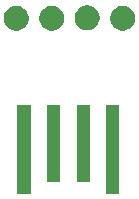
<source format=gbr>
G04 #@! TF.GenerationSoftware,KiCad,Pcbnew,(5.1.5)-3*
G04 #@! TF.CreationDate,2020-02-02T18:50:59-05:00*
G04 #@! TF.ProjectId,Low-Profile USB,4c6f772d-5072-46f6-9669-6c6520555342,rev?*
G04 #@! TF.SameCoordinates,Original*
G04 #@! TF.FileFunction,Soldermask,Top*
G04 #@! TF.FilePolarity,Negative*
%FSLAX46Y46*%
G04 Gerber Fmt 4.6, Leading zero omitted, Abs format (unit mm)*
G04 Created by KiCad (PCBNEW (5.1.5)-3) date 2020-02-02 18:50:59*
%MOMM*%
%LPD*%
G04 APERTURE LIST*
%ADD10C,0.100000*%
G04 APERTURE END LIST*
D10*
G36*
X150301000Y-96996000D02*
G01*
X149199000Y-96996000D01*
X149199000Y-89484000D01*
X150301000Y-89484000D01*
X150301000Y-96996000D01*
G37*
G36*
X142801000Y-96996000D02*
G01*
X141699000Y-96996000D01*
X141699000Y-89484000D01*
X142801000Y-89484000D01*
X142801000Y-96996000D01*
G37*
G36*
X147801000Y-95996000D02*
G01*
X146699000Y-95996000D01*
X146699000Y-89484000D01*
X147801000Y-89484000D01*
X147801000Y-95996000D01*
G37*
G36*
X145301000Y-95996000D02*
G01*
X144199000Y-95996000D01*
X144199000Y-89484000D01*
X145301000Y-89484000D01*
X145301000Y-95996000D01*
G37*
G36*
X150906564Y-81139389D02*
G01*
X151097833Y-81218615D01*
X151097835Y-81218616D01*
X151195143Y-81283635D01*
X151269973Y-81333635D01*
X151416365Y-81480027D01*
X151531385Y-81652167D01*
X151610611Y-81843436D01*
X151651000Y-82046484D01*
X151651000Y-82253516D01*
X151610611Y-82456564D01*
X151552095Y-82597835D01*
X151531384Y-82647835D01*
X151416365Y-82819973D01*
X151269973Y-82966365D01*
X151097835Y-83081384D01*
X151097834Y-83081385D01*
X151097833Y-83081385D01*
X150906564Y-83160611D01*
X150703516Y-83201000D01*
X150496484Y-83201000D01*
X150293436Y-83160611D01*
X150102167Y-83081385D01*
X150102166Y-83081385D01*
X150102165Y-83081384D01*
X149930027Y-82966365D01*
X149783635Y-82819973D01*
X149668616Y-82647835D01*
X149647905Y-82597835D01*
X149589389Y-82456564D01*
X149549000Y-82253516D01*
X149549000Y-82046484D01*
X149589389Y-81843436D01*
X149668615Y-81652167D01*
X149783635Y-81480027D01*
X149930027Y-81333635D01*
X150004857Y-81283635D01*
X150102165Y-81218616D01*
X150102167Y-81218615D01*
X150293436Y-81139389D01*
X150496484Y-81099000D01*
X150703516Y-81099000D01*
X150906564Y-81139389D01*
G37*
G36*
X144906564Y-81139389D02*
G01*
X145097833Y-81218615D01*
X145097835Y-81218616D01*
X145195143Y-81283635D01*
X145269973Y-81333635D01*
X145416365Y-81480027D01*
X145531385Y-81652167D01*
X145610611Y-81843436D01*
X145651000Y-82046484D01*
X145651000Y-82253516D01*
X145610611Y-82456564D01*
X145552095Y-82597835D01*
X145531384Y-82647835D01*
X145416365Y-82819973D01*
X145269973Y-82966365D01*
X145097835Y-83081384D01*
X145097834Y-83081385D01*
X145097833Y-83081385D01*
X144906564Y-83160611D01*
X144703516Y-83201000D01*
X144496484Y-83201000D01*
X144293436Y-83160611D01*
X144102167Y-83081385D01*
X144102166Y-83081385D01*
X144102165Y-83081384D01*
X143930027Y-82966365D01*
X143783635Y-82819973D01*
X143668616Y-82647835D01*
X143647905Y-82597835D01*
X143589389Y-82456564D01*
X143549000Y-82253516D01*
X143549000Y-82046484D01*
X143589389Y-81843436D01*
X143668615Y-81652167D01*
X143783635Y-81480027D01*
X143930027Y-81333635D01*
X144004857Y-81283635D01*
X144102165Y-81218616D01*
X144102167Y-81218615D01*
X144293436Y-81139389D01*
X144496484Y-81099000D01*
X144703516Y-81099000D01*
X144906564Y-81139389D01*
G37*
G36*
X141906564Y-81139389D02*
G01*
X142097833Y-81218615D01*
X142097835Y-81218616D01*
X142195143Y-81283635D01*
X142269973Y-81333635D01*
X142416365Y-81480027D01*
X142531385Y-81652167D01*
X142610611Y-81843436D01*
X142651000Y-82046484D01*
X142651000Y-82253516D01*
X142610611Y-82456564D01*
X142552095Y-82597835D01*
X142531384Y-82647835D01*
X142416365Y-82819973D01*
X142269973Y-82966365D01*
X142097835Y-83081384D01*
X142097834Y-83081385D01*
X142097833Y-83081385D01*
X141906564Y-83160611D01*
X141703516Y-83201000D01*
X141496484Y-83201000D01*
X141293436Y-83160611D01*
X141102167Y-83081385D01*
X141102166Y-83081385D01*
X141102165Y-83081384D01*
X140930027Y-82966365D01*
X140783635Y-82819973D01*
X140668616Y-82647835D01*
X140647905Y-82597835D01*
X140589389Y-82456564D01*
X140549000Y-82253516D01*
X140549000Y-82046484D01*
X140589389Y-81843436D01*
X140668615Y-81652167D01*
X140783635Y-81480027D01*
X140930027Y-81333635D01*
X141004857Y-81283635D01*
X141102165Y-81218616D01*
X141102167Y-81218615D01*
X141293436Y-81139389D01*
X141496484Y-81099000D01*
X141703516Y-81099000D01*
X141906564Y-81139389D01*
G37*
G36*
X147906564Y-81089389D02*
G01*
X148027277Y-81139390D01*
X148097835Y-81168616D01*
X148172665Y-81218616D01*
X148269973Y-81283635D01*
X148416365Y-81430027D01*
X148531385Y-81602167D01*
X148610611Y-81793436D01*
X148651000Y-81996484D01*
X148651000Y-82203516D01*
X148610611Y-82406564D01*
X148531385Y-82597833D01*
X148531384Y-82597835D01*
X148416365Y-82769973D01*
X148269973Y-82916365D01*
X148097835Y-83031384D01*
X148097834Y-83031385D01*
X148097833Y-83031385D01*
X147906564Y-83110611D01*
X147703516Y-83151000D01*
X147496484Y-83151000D01*
X147293436Y-83110611D01*
X147102167Y-83031385D01*
X147102166Y-83031385D01*
X147102165Y-83031384D01*
X146930027Y-82916365D01*
X146783635Y-82769973D01*
X146668616Y-82597835D01*
X146668615Y-82597833D01*
X146589389Y-82406564D01*
X146549000Y-82203516D01*
X146549000Y-81996484D01*
X146589389Y-81793436D01*
X146668615Y-81602167D01*
X146783635Y-81430027D01*
X146930027Y-81283635D01*
X147027335Y-81218616D01*
X147102165Y-81168616D01*
X147172723Y-81139390D01*
X147293436Y-81089389D01*
X147496484Y-81049000D01*
X147703516Y-81049000D01*
X147906564Y-81089389D01*
G37*
M02*

</source>
